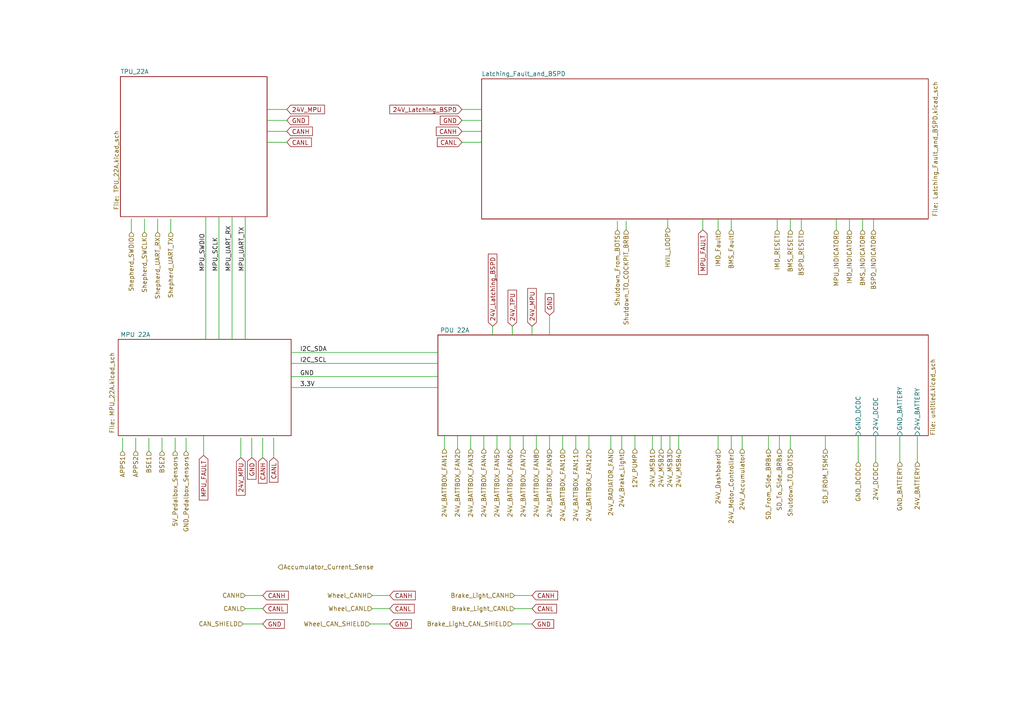
<source format=kicad_sch>
(kicad_sch (version 20230121) (generator eeschema)
  (paper "A4")
  (lib_symbols)
  (wire (pts (xy 136.525 126.365) (xy 136.525 130.175)))
  (wire (pts (xy 226.06 126.365) (xy 226.06 130.175)))
  (wire (pts (xy 83.185 34.925) (xy 77.47 34.925)))
  (wire (pts (xy 79.375 127) (xy 79.375 132.715)))
  (wire (pts (xy 254 126.365) (xy 254 133.985)))
  (wire (pts (xy 84.455 112.395) (xy 127 112.395)))
  (wire (pts (xy 154.305 180.975) (xy 148.59 180.975)))
  (wire (pts (xy 181.61 64.135) (xy 181.61 66.675)))
  (wire (pts (xy 84.455 102.235) (xy 127 102.235)))
  (wire (pts (xy 177.165 126.365) (xy 177.165 130.175)))
  (wire (pts (xy 155.575 126.365) (xy 155.575 130.175)))
  (wire (pts (xy 71.12 62.865) (xy 71.12 98.425)))
  (wire (pts (xy 83.185 31.75) (xy 77.47 31.75)))
  (wire (pts (xy 225.425 63.5) (xy 225.425 66.675)))
  (wire (pts (xy 149.225 172.72) (xy 154.305 172.72)))
  (wire (pts (xy 59.69 62.865) (xy 59.69 98.425)))
  (wire (pts (xy 253.365 63.5) (xy 253.365 66.675)))
  (wire (pts (xy 250.19 63.5) (xy 250.19 66.675)))
  (wire (pts (xy 144.145 126.365) (xy 144.145 130.175)))
  (wire (pts (xy 193.675 63.5) (xy 193.675 66.04)))
  (wire (pts (xy 246.38 63.5) (xy 246.38 66.675)))
  (wire (pts (xy 41.91 63.5) (xy 41.91 67.31)))
  (wire (pts (xy 180.34 126.365) (xy 180.34 130.175)))
  (wire (pts (xy 35.56 127) (xy 35.56 130.81)))
  (wire (pts (xy 77.47 38.1) (xy 83.185 38.1)))
  (wire (pts (xy 260.985 126.365) (xy 260.985 133.985)))
  (wire (pts (xy 179.07 64.135) (xy 179.07 66.675)))
  (wire (pts (xy 128.905 126.365) (xy 128.905 130.175)))
  (wire (pts (xy 191.77 126.365) (xy 191.77 130.175)))
  (wire (pts (xy 266.065 126.365) (xy 266.065 133.985)))
  (wire (pts (xy 167.005 126.365) (xy 167.005 130.175)))
  (wire (pts (xy 170.815 126.365) (xy 170.815 130.175)))
  (wire (pts (xy 49.53 63.5) (xy 49.53 67.31)))
  (wire (pts (xy 132.715 126.365) (xy 132.715 130.175)))
  (wire (pts (xy 140.335 126.365) (xy 140.335 130.175)))
  (wire (pts (xy 77.47 41.275) (xy 83.185 41.275)))
  (wire (pts (xy 159.385 91.44) (xy 159.385 97.155)))
  (wire (pts (xy 63.5 62.865) (xy 63.5 98.425)))
  (wire (pts (xy 50.8 127) (xy 50.8 130.81)))
  (wire (pts (xy 189.23 126.365) (xy 189.23 130.175)))
  (wire (pts (xy 38.1 63.5) (xy 38.1 67.31)))
  (wire (pts (xy 71.12 176.53) (xy 76.2 176.53)))
  (wire (pts (xy 45.72 63.5) (xy 45.72 67.31)))
  (wire (pts (xy 139.7 38.1) (xy 133.985 38.1)))
  (wire (pts (xy 151.765 126.365) (xy 151.765 130.175)))
  (wire (pts (xy 194.31 126.365) (xy 194.31 130.175)))
  (wire (pts (xy 229.235 126.365) (xy 229.235 130.175)))
  (wire (pts (xy 71.12 172.72) (xy 76.2 172.72)))
  (wire (pts (xy 107.95 172.72) (xy 113.03 172.72)))
  (wire (pts (xy 147.955 126.365) (xy 147.955 130.175)))
  (wire (pts (xy 229.235 63.5) (xy 229.235 66.675)))
  (wire (pts (xy 212.09 126.365) (xy 212.09 130.175)))
  (wire (pts (xy 76.2 127) (xy 76.2 132.715)))
  (wire (pts (xy 67.31 62.865) (xy 67.31 98.425)))
  (wire (pts (xy 84.455 105.41) (xy 127 105.41)))
  (wire (pts (xy 59.055 132.08) (xy 59.055 126.365)))
  (wire (pts (xy 154.305 94.615) (xy 154.305 97.155)))
  (wire (pts (xy 73.025 132.715) (xy 73.025 127)))
  (wire (pts (xy 248.92 126.365) (xy 248.92 133.985)))
  (wire (pts (xy 76.2 180.975) (xy 70.485 180.975)))
  (wire (pts (xy 212.09 63.5) (xy 212.09 66.675)))
  (wire (pts (xy 142.875 94.615) (xy 142.875 97.155)))
  (wire (pts (xy 208.28 63.5) (xy 208.28 66.675)))
  (wire (pts (xy 133.985 31.75) (xy 139.7 31.75)))
  (wire (pts (xy 84.455 109.22) (xy 127 109.22)))
  (wire (pts (xy 196.85 126.365) (xy 196.85 130.175)))
  (wire (pts (xy 242.57 63.5) (xy 242.57 66.675)))
  (wire (pts (xy 46.99 127) (xy 46.99 130.81)))
  (wire (pts (xy 43.18 127) (xy 43.18 130.81)))
  (wire (pts (xy 163.195 126.365) (xy 163.195 130.175)))
  (wire (pts (xy 113.03 180.975) (xy 107.315 180.975)))
  (wire (pts (xy 222.885 126.365) (xy 222.885 130.175)))
  (wire (pts (xy 215.265 126.365) (xy 215.265 130.175)))
  (wire (pts (xy 203.835 66.675) (xy 203.835 63.5)))
  (wire (pts (xy 159.385 126.365) (xy 159.385 130.175)))
  (wire (pts (xy 133.985 34.925) (xy 139.7 34.925)))
  (wire (pts (xy 107.95 176.53) (xy 113.03 176.53)))
  (wire (pts (xy 232.41 63.5) (xy 232.41 66.675)))
  (wire (pts (xy 69.85 132.715) (xy 69.85 127)))
  (wire (pts (xy 53.975 127) (xy 53.975 130.81)))
  (wire (pts (xy 139.7 41.275) (xy 133.985 41.275)))
  (wire (pts (xy 149.225 176.53) (xy 154.305 176.53)))
  (wire (pts (xy 148.59 94.615) (xy 148.59 97.155)))
  (wire (pts (xy 208.28 126.365) (xy 208.28 130.175)))
  (wire (pts (xy 239.395 126.365) (xy 239.395 130.175)))
  (wire (pts (xy 184.15 126.365) (xy 184.15 130.175)))
  (wire (pts (xy 39.37 127) (xy 39.37 130.81)))
  (label "I2C_SCL" (at 86.995 105.41 0))
  (label "3.3V" (at 86.995 112.395 0))
  (label "GND" (at 86.995 109.22 0))
  (label "I2C_SDA" (at 86.995 102.235 0))
  (label "MPU_UART_TX" (at 71.12 78.74 90))
  (label "MPU_SCLK" (at 63.5 78.74 90))
  (label "MPU_UART_RX" (at 67.31 78.74 90))
  (label "MPU_SWDIO" (at 59.69 78.74 90))
  (global_label "GND" (shape input) (at 113.03 180.975 0) (property "Intersheetrefs" "${INTERSHEET_REFS}" (effects hide)))
  (global_label "24V_Latching_BSPD" (shape input) (at 133.985 31.75 180) (property "Intersheetrefs" "${INTERSHEET_REFS}" (effects hide)))
  (global_label "CANL" (shape input) (at 133.985 41.275 180) (property "Intersheetrefs" "${INTERSHEET_REFS}" (effects hide)))
  (global_label "MPU_FAULT" (shape input) (at 59.055 132.08 270) (property "Intersheetrefs" "${INTERSHEET_REFS}" (effects hide)))
  (global_label "24V_MPU" (shape input) (at 83.185 31.75 0) (property "Intersheetrefs" "${INTERSHEET_REFS}" (effects hide)))
  (global_label "CANH" (shape input) (at 76.2 172.72 0) (property "Intersheetrefs" "${INTERSHEET_REFS}" (effects hide)))
  (global_label "GND" (shape input) (at 73.025 132.715 270) (property "Intersheetrefs" "${INTERSHEET_REFS}" (effects hide)))
  (global_label "GND" (shape input) (at 83.185 34.925 0) (property "Intersheetrefs" "${INTERSHEET_REFS}" (effects hide)))
  (global_label "CANL" (shape input) (at 83.185 41.275 0) (property "Intersheetrefs" "${INTERSHEET_REFS}" (effects hide)))
  (global_label "CANL" (shape input) (at 79.375 132.715 270) (property "Intersheetrefs" "${INTERSHEET_REFS}" (effects hide)))
  (global_label "CANH" (shape input) (at 83.185 38.1 0) (property "Intersheetrefs" "${INTERSHEET_REFS}" (effects hide)))
  (global_label "24V_Latching_BSPD" (shape input) (at 142.875 94.615 90) (property "Intersheetrefs" "${INTERSHEET_REFS}" (effects hide)))
  (global_label "24V_TPU" (shape input) (at 148.59 94.615 90) (property "Intersheetrefs" "${INTERSHEET_REFS}" (effects hide)))
  (global_label "GND" (shape input) (at 133.985 34.925 180) (property "Intersheetrefs" "${INTERSHEET_REFS}" (effects hide)))
  (global_label "24V_MPU" (shape input) (at 69.85 132.715 270) (property "Intersheetrefs" "${INTERSHEET_REFS}" (effects hide)))
  (global_label "CANL" (shape input) (at 113.03 176.53 0) (property "Intersheetrefs" "${INTERSHEET_REFS}" (effects hide)))
  (global_label "CANH" (shape input) (at 154.305 172.72 0) (property "Intersheetrefs" "${INTERSHEET_REFS}" (effects hide)))
  (global_label "CANH" (shape input) (at 76.2 132.715 270) (property "Intersheetrefs" "${INTERSHEET_REFS}" (effects hide)))
  (global_label "GND" (shape input) (at 76.2 180.975 0) (property "Intersheetrefs" "${INTERSHEET_REFS}" (effects hide)))
  (global_label "CANL" (shape input) (at 154.305 176.53 0) (property "Intersheetrefs" "${INTERSHEET_REFS}" (effects hide)))
  (global_label "CANH" (shape input) (at 133.985 38.1 180) (property "Intersheetrefs" "${INTERSHEET_REFS}" (effects hide)))
  (global_label "CANL" (shape input) (at 76.2 176.53 0) (property "Intersheetrefs" "${INTERSHEET_REFS}" (effects hide)))
  (global_label "GND" (shape input) (at 159.385 91.44 90) (property "Intersheetrefs" "${INTERSHEET_REFS}" (effects hide)))
  (global_label "MPU_FAULT" (shape input) (at 203.835 66.675 270) (property "Intersheetrefs" "${INTERSHEET_REFS}" (effects hide)))
  (global_label "CANH" (shape input) (at 113.03 172.72 0) (property "Intersheetrefs" "${INTERSHEET_REFS}" (effects hide)))
  (global_label "GND" (shape input) (at 154.305 180.975 0) (property "Intersheetrefs" "${INTERSHEET_REFS}" (effects hide)))
  (global_label "24V_MPU" (shape input) (at 154.305 94.615 90) (property "Intersheetrefs" "${INTERSHEET_REFS}" (effects hide)))
  (hierarchical_label "Shutdown_TO_BOTS" (shape input) (at 229.235 130.175 270))
  (hierarchical_label "CAN_SHIELD" (shape input) (at 70.485 180.975 180))
  (hierarchical_label "Shepherd_SWCLK" (shape input) (at 41.91 67.31 270))
  (hierarchical_label "GND_DCDC" (shape input) (at 248.92 133.985 270))
  (hierarchical_label "GND_BATTERY" (shape input) (at 260.985 133.985 270))
  (hierarchical_label "24V_BATTBOX_FAN11" (shape input) (at 167.005 130.175 270))
  (hierarchical_label "24V_BATTERY" (shape input) (at 266.065 133.985 270))
  (hierarchical_label "Brake_Light_CANL" (shape input) (at 149.225 176.53 180))
  (hierarchical_label "24V_BATTBOX_FAN7" (shape input) (at 151.765 130.175 270))
  (hierarchical_label "Wheel_CANL" (shape input) (at 107.95 176.53 180))
  (hierarchical_label "SD_To_Side_BRBs" (shape input) (at 226.06 130.175 270))
  (hierarchical_label "HVIL_LOOP" (shape input) (at 193.675 66.04 270))
  (hierarchical_label "24V_BATTBOX_FAN10" (shape input) (at 163.195 130.175 270))
  (hierarchical_label "24V_BATTBOX_FAN8" (shape input) (at 155.575 130.175 270))
  (hierarchical_label "24V_BATTBOX_FAN9" (shape input) (at 159.385 130.175 270))
  (hierarchical_label "Wheel_CANH" (shape input) (at 107.95 172.72 180))
  (hierarchical_label "GND_Pedalbox_Sensors" (shape input) (at 53.975 130.81 270))
  (hierarchical_label "24V_RADIATOR_FAN" (shape input) (at 177.165 130.175 270))
  (hierarchical_label "BSPD_INDICATOR" (shape input) (at 253.365 66.675 270))
  (hierarchical_label "24V_Motor_Controller" (shape input) (at 212.09 130.175 270))
  (hierarchical_label "24V_BATTBOX_FAN6" (shape input) (at 147.955 130.175 270))
  (hierarchical_label "Shepherd_UART_RX" (shape input) (at 45.72 67.31 270))
  (hierarchical_label "24V_BATTBOX_FAN4" (shape input) (at 140.335 130.175 270))
  (hierarchical_label "MPU_INDICATOR" (shape input) (at 242.57 66.675 270))
  (hierarchical_label "24V_BATTBOX_FAN2" (shape input) (at 132.715 130.175 270))
  (hierarchical_label "BMS_Fault" (shape input) (at 212.09 66.675 270))
  (hierarchical_label "BSPD_RESET" (shape input) (at 232.41 66.675 270))
  (hierarchical_label "Accumulator_Current_Sense" (shape input) (at 80.645 164.465 0))
  (hierarchical_label "24V_BATTBOX_FAN5" (shape input) (at 144.145 130.175 270))
  (hierarchical_label "24V_DCDC" (shape input) (at 254 133.985 270))
  (hierarchical_label "IMD_Fault" (shape input) (at 208.28 66.675 270))
  (hierarchical_label "24V_BATTBOX_FAN12" (shape input) (at 170.815 130.175 270))
  (hierarchical_label "BSE2" (shape input) (at 46.99 130.81 270))
  (hierarchical_label "24V_MSB3" (shape input) (at 194.31 130.175 270))
  (hierarchical_label "BMS_INDICATOR" (shape input) (at 250.19 66.675 270))
  (hierarchical_label "BMS_RESET" (shape input) (at 229.235 66.675 270))
  (hierarchical_label "SD_FROM_TSMS" (shape input) (at 239.395 130.175 270))
  (hierarchical_label "24V_BATTBOX_FAN1" (shape input) (at 128.905 130.175 270))
  (hierarchical_label "BSE1" (shape input) (at 43.18 130.81 270))
  (hierarchical_label "12V_PUMP" (shape input) (at 184.15 130.175 270))
  (hierarchical_label "Shutdown_From_BOTS" (shape input) (at 179.07 66.675 270))
  (hierarchical_label "24V_Accumulator" (shape input) (at 215.265 130.175 270))
  (hierarchical_label "24V_MSB2" (shape input) (at 191.77 130.175 270))
  (hierarchical_label "Shepherd_UART_TX" (shape input) (at 49.53 67.31 270))
  (hierarchical_label "Brake_Light_CAN_SHIELD" (shape input) (at 148.59 180.975 180))
  (hierarchical_label "CANL" (shape input) (at 71.12 176.53 180))
  (hierarchical_label "Brake_Light_CANH" (shape input) (at 149.225 172.72 180))
  (hierarchical_label "24V_MSB1" (shape input) (at 189.23 130.175 270))
  (hierarchical_label "Shutdown_TO_COCKPIT_BRB" (shape input) (at 181.61 66.675 270))
  (hierarchical_label "Wheel_CAN_SHIELD" (shape input) (at 107.315 180.975 180))
  (hierarchical_label "24V_MSB4" (shape input) (at 196.85 130.175 270))
  (hierarchical_label "APPS2" (shape input) (at 39.37 130.81 270))
  (hierarchical_label "24V_Brake_Light" (shape input) (at 180.34 130.175 270))
  (hierarchical_label "IMD_RESET" (shape input) (at 225.425 66.675 270))
  (hierarchical_label "Shepherd_SWDIO" (shape input) (at 38.1 67.31 270))
  (hierarchical_label "APPS1" (shape input) (at 35.56 130.81 270))
  (hierarchical_label "CANH" (shape input) (at 71.12 172.72 180))
  (hierarchical_label "SD_From_Side_BRBs" (shape input) (at 222.885 130.175 270))
  (hierarchical_label "IMD_INDICATOR" (shape input) (at 246.38 66.675 270))
  (hierarchical_label "5V_Pedalbox_Sensors" (shape input) (at 50.8 130.81 270))
  (hierarchical_label "24V_BATTBOX_FAN3" (shape input) (at 136.525 130.175 270))
  (hierarchical_label "24V_Dashboard" (shape input) (at 208.28 130.175 270))
  (sheet (at 139.7 22.86) (size 129.54 40.64) (stroke (width 0.1524))
    (property "Sheetname" "Latching_Fault_and_BSPD" (at 139.7 22.1484 0) (effects (justify left bottom)))
    (property "Sheetfile" "Latching_Fault_and_BSPD.kicad_sch" (at 270.51 62.865 90) (effects (justify left top)))
  )
  (sheet (at 34.29 98.425) (size 50.165 27.94) (stroke (width 0.1524))
    (property "Sheetname" "MPU 22A" (at 34.925 97.79 0) (effects (justify left bottom)))
    (property "Sheetfile" "MPU_22A.kicad_sch" (at 31.75 125.73 90) (effects (justify left top)))
  )
  (sheet (at 34.925 22.225) (size 42.545 40.64) (stroke (width 0.1524))
    (property "Sheetname" "TPU_22A" (at 34.925 21.5134 0) (effects (justify left bottom)))
    (property "Sheetfile" "TPU_22A.kicad_sch" (at 33.02 60.96 90) (effects (justify left top)))
  )
  (sheet (at 127 97.155) (size 142.24 29.21) (stroke (width 0.1524))
    (property "Sheetname" "PDU 22A" (at 127.635 96.52 0) (effects (justify left bottom)))
    (property "Sheetfile" "untitled.kicad_sch" (at 269.8246 126.365 90) (effects (justify left top)))
    (pin "24V_BATTERY" input (at 266.065 126.365 270))
    (pin "GND_BATTERY" input (at 260.985 126.365 270))
    (pin "24V_DCDC" input (at 254 126.365 270))
    (pin "GND_DCDC" input (at 248.92 126.365 270))
  )
)
</source>
